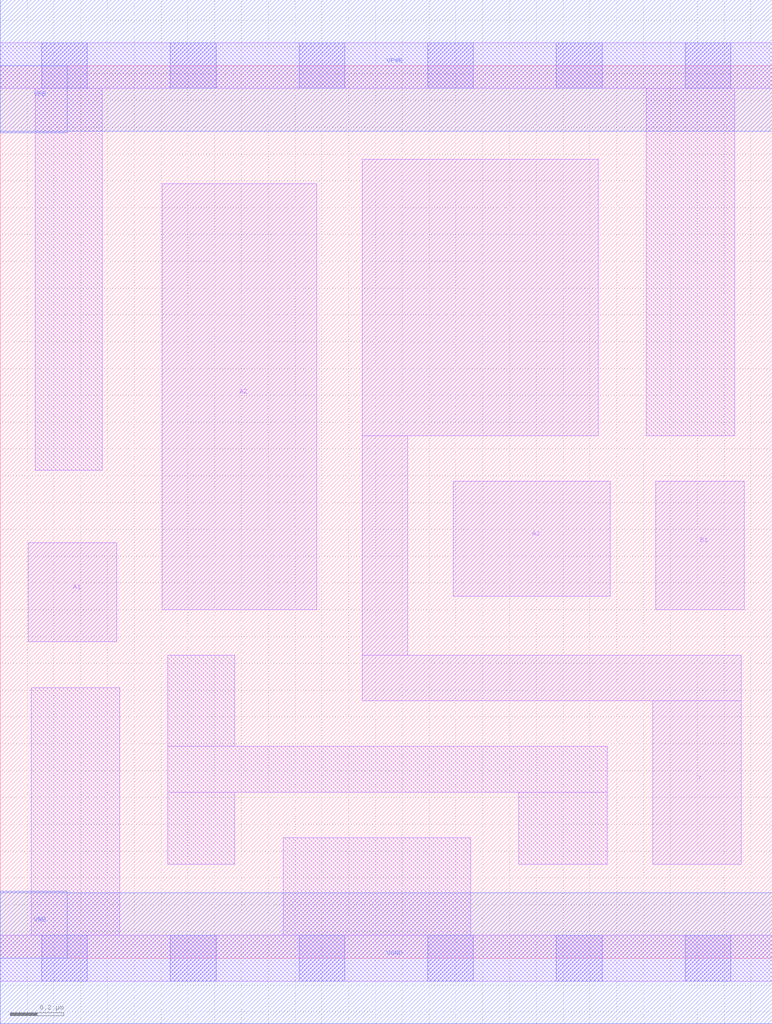
<source format=lef>
# Copyright 2020 The SkyWater PDK Authors
#
# Licensed under the Apache License, Version 2.0 (the "License");
# you may not use this file except in compliance with the License.
# You may obtain a copy of the License at
#
#     https://www.apache.org/licenses/LICENSE-2.0
#
# Unless required by applicable law or agreed to in writing, software
# distributed under the License is distributed on an "AS IS" BASIS,
# WITHOUT WARRANTIES OR CONDITIONS OF ANY KIND, either express or implied.
# See the License for the specific language governing permissions and
# limitations under the License.
#
# SPDX-License-Identifier: Apache-2.0

VERSION 5.5 ;
NAMESCASESENSITIVE ON ;
BUSBITCHARS "[]" ;
DIVIDERCHAR "/" ;
MACRO sky130_fd_sc_ms__o31ai_1
  CLASS CORE ;
  SOURCE USER ;
  ORIGIN  0.000000  0.000000 ;
  SIZE  2.880000 BY  3.330000 ;
  SYMMETRY X Y ;
  SITE unit ;
  PIN A1
    ANTENNAGATEAREA  0.279000 ;
    DIRECTION INPUT ;
    USE SIGNAL ;
    PORT
      LAYER li1 ;
        RECT 0.105000 1.180000 0.435000 1.550000 ;
    END
  END A1
  PIN A2
    ANTENNAGATEAREA  0.279000 ;
    DIRECTION INPUT ;
    USE SIGNAL ;
    PORT
      LAYER li1 ;
        RECT 0.605000 1.300000 1.180000 2.890000 ;
    END
  END A2
  PIN A3
    ANTENNAGATEAREA  0.279000 ;
    DIRECTION INPUT ;
    USE SIGNAL ;
    PORT
      LAYER li1 ;
        RECT 1.690000 1.350000 2.275000 1.780000 ;
    END
  END A3
  PIN B1
    ANTENNAGATEAREA  0.279000 ;
    DIRECTION INPUT ;
    USE SIGNAL ;
    PORT
      LAYER li1 ;
        RECT 2.445000 1.300000 2.775000 1.780000 ;
    END
  END B1
  PIN Y
    ANTENNADIFFAREA  1.020700 ;
    DIRECTION OUTPUT ;
    USE SIGNAL ;
    PORT
      LAYER li1 ;
        RECT 1.350000 0.960000 2.765000 1.130000 ;
        RECT 1.350000 1.130000 1.520000 1.950000 ;
        RECT 1.350000 1.950000 2.230000 2.980000 ;
        RECT 2.435000 0.350000 2.765000 0.960000 ;
    END
  END Y
  PIN VGND
    DIRECTION INOUT ;
    USE GROUND ;
    PORT
      LAYER met1 ;
        RECT 0.000000 -0.245000 2.880000 0.245000 ;
    END
  END VGND
  PIN VNB
    DIRECTION INOUT ;
    USE GROUND ;
    PORT
      LAYER met1 ;
        RECT 0.000000 0.000000 0.250000 0.250000 ;
    END
  END VNB
  PIN VPB
    DIRECTION INOUT ;
    USE POWER ;
    PORT
      LAYER met1 ;
        RECT 0.000000 3.080000 0.250000 3.330000 ;
    END
  END VPB
  PIN VPWR
    DIRECTION INOUT ;
    USE POWER ;
    PORT
      LAYER met1 ;
        RECT 0.000000 3.085000 2.880000 3.575000 ;
    END
  END VPWR
  OBS
    LAYER li1 ;
      RECT 0.000000 -0.085000 2.880000 0.085000 ;
      RECT 0.000000  3.245000 2.880000 3.415000 ;
      RECT 0.115000  0.085000 0.445000 1.010000 ;
      RECT 0.130000  1.820000 0.380000 3.245000 ;
      RECT 0.625000  0.350000 0.875000 0.620000 ;
      RECT 0.625000  0.620000 2.265000 0.790000 ;
      RECT 0.625000  0.790000 0.875000 1.130000 ;
      RECT 1.055000  0.085000 1.755000 0.450000 ;
      RECT 1.935000  0.350000 2.265000 0.620000 ;
      RECT 2.410000  1.950000 2.740000 3.245000 ;
    LAYER mcon ;
      RECT 0.155000 -0.085000 0.325000 0.085000 ;
      RECT 0.155000  3.245000 0.325000 3.415000 ;
      RECT 0.635000 -0.085000 0.805000 0.085000 ;
      RECT 0.635000  3.245000 0.805000 3.415000 ;
      RECT 1.115000 -0.085000 1.285000 0.085000 ;
      RECT 1.115000  3.245000 1.285000 3.415000 ;
      RECT 1.595000 -0.085000 1.765000 0.085000 ;
      RECT 1.595000  3.245000 1.765000 3.415000 ;
      RECT 2.075000 -0.085000 2.245000 0.085000 ;
      RECT 2.075000  3.245000 2.245000 3.415000 ;
      RECT 2.555000 -0.085000 2.725000 0.085000 ;
      RECT 2.555000  3.245000 2.725000 3.415000 ;
  END
END sky130_fd_sc_ms__o31ai_1
END LIBRARY

</source>
